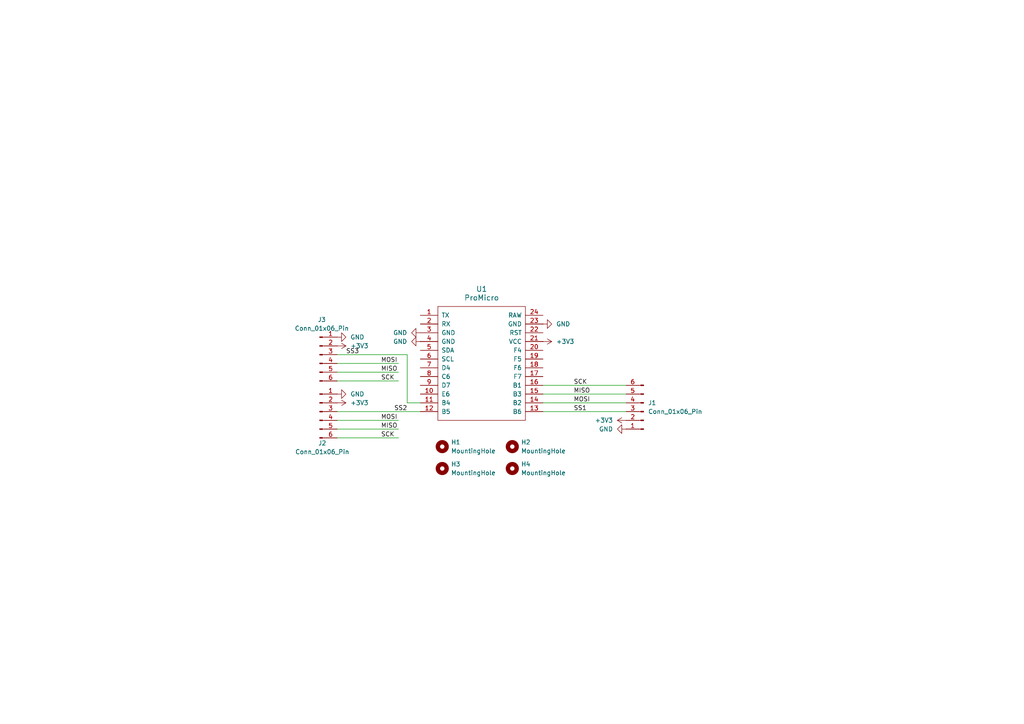
<source format=kicad_sch>
(kicad_sch (version 20231120) (generator "eeschema") (generator_version "8.0")
  (paper "A4")
  (lib_symbols
    (symbol "Connector:Conn_01x06_Pin" (pin_names (offset 1.016) hide)
      (property "Reference" "J" (at 0 7.62 0))
      (property "Value" "Conn_01x06_Pin" (at 0 -10.16 0))
      (symbol "Conn_01x06_Pin_1_1"
        (polyline (pts (xy 1.27 -7.62) (xy 0.8636 -7.62)) (stroke (width 0.1524)))
        (polyline (pts (xy 1.27 -5.08) (xy 0.8636 -5.08)) (stroke (width 0.1524)))
        (polyline (pts (xy 1.27 -2.54) (xy 0.8636 -2.54)) (stroke (width 0.1524)))
        (polyline (pts (xy 1.27 0) (xy 0.8636 0)) (stroke (width 0.1524)))
        (polyline (pts (xy 1.27 2.54) (xy 0.8636 2.54)) (stroke (width 0.1524)))
        (polyline (pts (xy 1.27 5.08) (xy 0.8636 5.08)) (stroke (width 0.1524)))
        (rectangle (start 0.8636 -7.493) (end 0 -7.747) (stroke (width 0.1524)) (fill (type outline)))
        (rectangle (start 0.8636 -4.953) (end 0 -5.207) (stroke (width 0.1524)) (fill (type outline)))
        (rectangle (start 0.8636 -2.413) (end 0 -2.667) (stroke (width 0.1524)) (fill (type outline)))
        (rectangle (start 0.8636 0.127) (end 0 -0.127) (stroke (width 0.1524)) (fill (type outline)))
        (rectangle (start 0.8636 2.667) (end 0 2.413) (stroke (width 0.1524)) (fill (type outline)))
        (rectangle (start 0.8636 5.207) (end 0 4.953) (stroke (width 0.1524)) (fill (type outline)))
        (pin passive line (at 5.08 5.08 180) (length 3.81) (name "Pin_1") (number "1"))
        (pin passive line (at 5.08 2.54 180) (length 3.81) (name "Pin_2") (number "2"))
        (pin passive line (at 5.08 0 180) (length 3.81) (name "Pin_3") (number "3"))
        (pin passive line (at 5.08 -2.54 180) (length 3.81) (name "Pin_4") (number "4"))
        (pin passive line (at 5.08 -5.08 180) (length 3.81) (name "Pin_5") (number "5"))
        (pin passive line (at 5.08 -7.62 180) (length 3.81) (name "Pin_6") (number "6"))
      )
    )
    (symbol "Mechanical:MountingHole" (pin_names (offset 1.016)) (exclude_from_sim yes) (in_bom no)
      (property "Reference" "H" (at 0 5.08 0))
      (property "Value" "MountingHole" (at 0 3.175 0))
      (symbol "MountingHole_0_1"
        (circle (center 0 0) (radius 1.27) (stroke (width 1.27)))
      )
    )
    (symbol "power:+3V3" (power) (pin_numbers hide) (pin_names (offset 0) hide)
      (property "Value" "+3V3" (at 0 3.556 0))
      (symbol "+3V3_0_1"
        (polyline (pts (xy -0.762 1.27) (xy 0 2.54)))
        (polyline (pts (xy 0 0) (xy 0 2.54)))
        (polyline (pts (xy 0 2.54) (xy 0.762 1.27)))
      )
      (symbol "+3V3_1_1"
        (pin power_in line (at 0 0 90) (length 0) (name "~") (number "1"))
      )
    )
    (symbol "power:GND" (power) (pin_numbers hide) (pin_names (offset 0) hide)
      (property "Value" "GND" (at 0 -3.81 0))
      (symbol "GND_0_1"
        (polyline (pts (xy 0 0) (xy 0 -1.27) (xy 1.27 -1.27) (xy 0 -2.54) (xy -1.27 -1.27) (xy 0 -1.27)))
      )
      (symbol "GND_1_1"
        (pin power_in line (at 0 0 270) (length 0) (name "~") (number "1"))
      )
    )
    (symbol "promicro:ProMicro" (pin_names (offset 1.016))
      (property "Reference" "U" (at 0 24.13 0))
      (property "Value" "ProMicro" (at 0 -13.97 0))
      (symbol "ProMicro_0_1"
        (rectangle (start -12.7 21.59) (end 12.7 -11.43))
      )
      (symbol "ProMicro_1_1"
        (pin bidirectional line (at -17.78 19.05 0) (length 5.08) (name "TX") (number "1"))
        (pin bidirectional line (at -17.78 -3.81 0) (length 5.08) (name "E6") (number "10"))
        (pin bidirectional line (at -17.78 -6.35 0) (length 5.08) (name "B4") (number "11"))
        (pin bidirectional line (at -17.78 -8.89 0) (length 5.08) (name "B5") (number "12"))
        (pin bidirectional line (at 17.78 -8.89 180) (length 5.08) (name "B6") (number "13"))
        (pin bidirectional line (at 17.78 -6.35 180) (length 5.08) (name "B2") (number "14"))
        (pin bidirectional line (at 17.78 -3.81 180) (length 5.08) (name "B3") (number "15"))
        (pin bidirectional line (at 17.78 -1.27 180) (length 5.08) (name "B1") (number "16"))
        (pin bidirectional line (at 17.78 1.27 180) (length 5.08) (name "F7") (number "17"))
        (pin bidirectional line (at 17.78 3.81 180) (length 5.08) (name "F6") (number "18"))
        (pin bidirectional line (at 17.78 6.35 180) (length 5.08) (name "F5") (number "19"))
        (pin bidirectional line (at -17.78 16.51 0) (length 5.08) (name "RX") (number "2"))
        (pin bidirectional line (at 17.78 8.89 180) (length 5.08) (name "F4") (number "20"))
        (pin power_in line (at 17.78 11.43 180) (length 5.08) (name "VCC") (number "21"))
        (pin input line (at 17.78 13.97 180) (length 5.08) (name "RST") (number "22"))
        (pin power_in line (at 17.78 16.51 180) (length 5.08) (name "GND") (number "23"))
        (pin power_out line (at 17.78 19.05 180) (length 5.08) (name "RAW") (number "24"))
        (pin power_in line (at -17.78 13.97 0) (length 5.08) (name "GND") (number "3"))
        (pin power_in line (at -17.78 11.43 0) (length 5.08) (name "GND") (number "4"))
        (pin bidirectional line (at -17.78 8.89 0) (length 5.08) (name "SDA") (number "5"))
        (pin bidirectional line (at -17.78 6.35 0) (length 5.08) (name "SCL") (number "6"))
        (pin bidirectional line (at -17.78 3.81 0) (length 5.08) (name "D4") (number "7"))
        (pin bidirectional line (at -17.78 1.27 0) (length 5.08) (name "C6") (number "8"))
        (pin bidirectional line (at -17.78 -1.27 0) (length 5.08) (name "D7") (number "9"))
      )
    )
  )
  (wire (pts (xy 157.48 116.84) (xy 181.61 116.84)))
  (wire (pts (xy 97.79 102.87) (xy 118.11 102.87)))
  (wire (pts (xy 118.11 102.87) (xy 118.11 116.84)))
  (wire (pts (xy 97.79 127) (xy 115.57 127)))
  (wire (pts (xy 97.79 107.95) (xy 115.57 107.95)))
  (wire (pts (xy 97.79 105.41) (xy 115.57 105.41)))
  (wire (pts (xy 97.79 119.38) (xy 121.92 119.38)))
  (wire (pts (xy 157.48 119.38) (xy 181.61 119.38)))
  (wire (pts (xy 157.48 111.76) (xy 181.61 111.76)))
  (wire (pts (xy 97.79 124.46) (xy 115.57 124.46)))
  (wire (pts (xy 157.48 114.3) (xy 181.61 114.3)))
  (wire (pts (xy 118.11 116.84) (xy 121.92 116.84)))
  (wire (pts (xy 97.79 110.49) (xy 115.57 110.49)))
  (wire (pts (xy 97.79 121.92) (xy 115.57 121.92)))
  (label "MISO" (at 110.49 107.95 0))
  (label "SS1" (at 166.37 119.38 0))
  (label "MISO" (at 110.49 124.46 0))
  (label "MOSI" (at 166.37 116.84 0))
  (label "MISO" (at 166.37 114.3 0))
  (label "SS3" (at 100.33 102.87 0))
  (label "SCK" (at 110.49 127 0))
  (label "MOSI" (at 110.49 105.41 0))
  (label "SCK" (at 166.37 111.76 0))
  (label "SCK" (at 110.49 110.49 0))
  (label "SS2" (at 114.3 119.38 0))
  (label "MOSI" (at 110.49 121.92 0))
  (symbol (lib_id "power:+3V3") (at 97.79 116.84 270) (unit 1)
    (property "Reference" "#PWR07" (effects (hide yes)))
    (property "Value" "+3V3" (at 101.6 116.8399 90) (effects (justify left)))
    (property "Description" "Power symbol creates a global label with name \"+3V3\"" (effects (hide yes)))
  )
  (symbol (lib_id "Connector:Conn_01x06_Pin") (at 92.71 119.38 0) (unit 1)
    (property "Reference" "J2" (at 93.472 128.524 0))
    (property "Value" "Conn_01x06_Pin" (at 93.472 131.064 0))
    (property "Footprint" "Connector_PinHeader_2.54mm:PinHeader_1x06_P2.54mm_Horizontal" (effects (hide yes)))
    (property "Description" "Generic connector, single row, 01x06, script generated" (effects (hide yes)))
  )
  (symbol (lib_id "power:GND") (at 121.92 99.06 270) (unit 1)
    (property "Reference" "#PWR04" (effects (hide yes)))
    (property "Value" "GND" (at 118.11 99.0599 90) (effects (justify right)))
    (property "Description" "Power symbol creates a global label with name \"GND\" , ground" (effects (hide yes)))
  )
  (symbol (lib_id "Mechanical:MountingHole") (at 148.59 135.89 0) (unit 1) (exclude_from_sim yes) (in_bom no)
    (property "Reference" "H4" (at 151.13 134.6199 0) (effects (justify left)))
    (property "Value" "MountingHole" (at 151.13 137.1599 0) (effects (justify left)))
    (property "Footprint" "MountingHole:MountingHole_3.2mm_M3" (effects (hide yes)))
    (property "Description" "Mounting Hole without connection" (effects (hide yes)))
  )
  (symbol (lib_id "promicro:ProMicro") (at 139.7 110.49 0) (unit 1)
    (property "Reference" "U1" (at 139.7 83.82 0) (effects (font (size 1.524 1.524))))
    (property "Value" "ProMicro" (at 139.7 86.36 0) (effects (font (size 1.524 1.524))))
    (property "Footprint" "promicro:ProMicro" (effects (hide yes)))
  )
  (symbol (lib_id "Mechanical:MountingHole") (at 128.27 129.54 0) (unit 1) (exclude_from_sim yes) (in_bom no)
    (property "Reference" "H1" (at 130.81 128.2699 0) (effects (justify left)))
    (property "Value" "MountingHole" (at 130.81 130.8099 0) (effects (justify left)))
    (property "Footprint" "MountingHole:MountingHole_3.2mm_M3" (effects (hide yes)))
    (property "Description" "Mounting Hole without connection" (effects (hide yes)))
  )
  (symbol (lib_id "power:GND") (at 157.48 93.98 90) (unit 1)
    (property "Reference" "#PWR02" (effects (hide yes)))
    (property "Value" "GND" (at 161.29 93.9799 90) (effects (justify right)))
    (property "Description" "Power symbol creates a global label with name \"GND\" , ground" (effects (hide yes)))
  )
  (symbol (lib_id "Mechanical:MountingHole") (at 148.59 129.54 0) (unit 1) (exclude_from_sim yes) (in_bom no)
    (property "Reference" "H2" (at 151.13 128.2699 0) (effects (justify left)))
    (property "Value" "MountingHole" (at 151.13 130.8099 0) (effects (justify left)))
    (property "Footprint" "MountingHole:MountingHole_3.2mm_M3" (effects (hide yes)))
    (property "Description" "Mounting Hole without connection" (effects (hide yes)))
  )
  (symbol (lib_id "Connector:Conn_01x06_Pin") (at 92.71 102.87 0) (unit 1)
    (property "Reference" "J3" (at 93.345 92.71 0))
    (property "Value" "Conn_01x06_Pin" (at 93.345 95.25 0))
    (property "Footprint" "Connector_PinHeader_2.54mm:PinHeader_1x06_P2.54mm_Horizontal" (effects (hide yes)))
    (property "Description" "Generic connector, single row, 01x06, script generated" (effects (hide yes)))
  )
  (symbol (lib_id "power:GND") (at 97.79 97.79 90) (unit 1)
    (property "Reference" "#PWR09" (effects (hide yes)))
    (property "Value" "GND" (at 101.6 97.7899 90) (effects (justify right)))
    (property "Description" "Power symbol creates a global label with name \"GND\" , ground" (effects (hide yes)))
  )
  (symbol (lib_id "power:GND") (at 97.79 114.3 90) (unit 1)
    (property "Reference" "#PWR08" (effects (hide yes)))
    (property "Value" "GND" (at 101.6 114.2999 90) (effects (justify right)))
    (property "Description" "Power symbol creates a global label with name \"GND\" , ground" (effects (hide yes)))
  )
  (symbol (lib_id "Mechanical:MountingHole") (at 128.27 135.89 0) (unit 1) (exclude_from_sim yes) (in_bom no)
    (property "Reference" "H3" (at 130.81 134.6199 0) (effects (justify left)))
    (property "Value" "MountingHole" (at 130.81 137.1599 0) (effects (justify left)))
    (property "Footprint" "MountingHole:MountingHole_3.2mm_M3" (effects (hide yes)))
    (property "Description" "Mounting Hole without connection" (effects (hide yes)))
  )
  (symbol (lib_id "power:GND") (at 121.92 96.52 270) (unit 1)
    (property "Reference" "#PWR03" (effects (hide yes)))
    (property "Value" "GND" (at 118.11 96.5199 90) (effects (justify right)))
    (property "Description" "Power symbol creates a global label with name \"GND\" , ground" (effects (hide yes)))
  )
  (symbol (lib_id "power:+3V3") (at 157.48 99.06 270) (unit 1)
    (property "Reference" "#PWR05" (effects (hide yes)))
    (property "Value" "+3V3" (at 161.29 99.0599 90) (effects (justify left)))
    (property "Description" "Power symbol creates a global label with name \"+3V3\"" (effects (hide yes)))
  )
  (symbol (lib_id "power:+3V3") (at 181.61 121.92 90) (unit 1)
    (property "Reference" "#PWR06" (effects (hide yes)))
    (property "Value" "+3V3" (at 177.8 121.9199 90) (effects (justify left)))
    (property "Description" "Power symbol creates a global label with name \"+3V3\"" (effects (hide yes)))
  )
  (symbol (lib_id "power:+3V3") (at 97.79 100.33 270) (unit 1)
    (property "Reference" "#PWR010" (effects (hide yes)))
    (property "Value" "+3V3" (at 101.6 100.3299 90) (effects (justify left)))
    (property "Description" "Power symbol creates a global label with name \"+3V3\"" (effects (hide yes)))
  )
  (symbol (lib_id "Connector:Conn_01x06_Pin") (at 186.69 119.38 180) (unit 1)
    (property "Reference" "J1" (at 187.96 116.8399 0) (effects (justify right)))
    (property "Value" "Conn_01x06_Pin" (at 187.96 119.3799 0) (effects (justify right)))
    (property "Footprint" "Connector_PinHeader_2.54mm:PinHeader_1x06_P2.54mm_Horizontal" (effects (hide yes)))
    (property "Description" "Generic connector, single row, 01x06, script generated" (effects (hide yes)))
  )
  (symbol (lib_id "power:GND") (at 181.61 124.46 270) (unit 1)
    (property "Reference" "#PWR01" (effects (hide yes)))
    (property "Value" "GND" (at 177.8 124.4599 90) (effects (justify right)))
    (property "Description" "Power symbol creates a global label with name \"GND\" , ground" (effects (hide yes)))
  )
)
</source>
